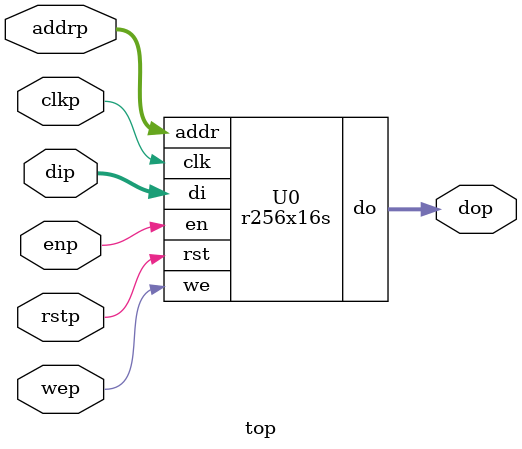
<source format=v>
module r256x16s ( 
      addr, 
      di, 
      clk, 
      we, 
      en, 
      rst, 
      do); //synthesis syn_black_box 
input [7:0] addr; 
input [15:0] di; 
input clk; 
input we; 
input en; 
input rst; 
output [15:0] do; 
endmodule 
module top (addrp, dip, clkp, wep, enp, rstp, dop); 
input [7:0] addrp; 
input [15:0] dip; 
input clkp; 
input wep; 
input enp; 
input rstp; 
output [15:0] dop; 
r256x16s U0( 
        .addr(addrp), 
        .di(dip), 
        .clk(clkp), 
        .we(wep), 
        .en(enp), 
        .rst(rstp), 
        .do(dop)); 
endmodule 

</source>
